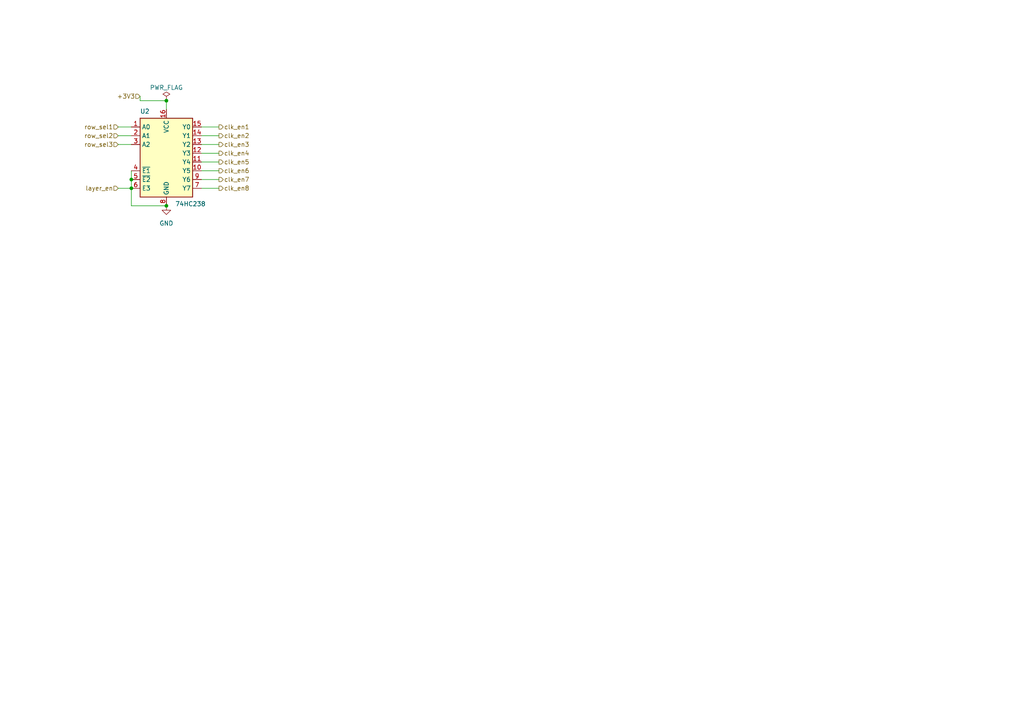
<source format=kicad_sch>
(kicad_sch (version 20230121) (generator eeschema)
  (paper "A4")
  (lib_symbols
    (symbol "74xx:74HC238"
      (property "Reference" "U" (at -7.62 13.97 0))
      (property "Value" "74HC238" (at 2.54 -11.43 0))
      (symbol "74HC238_0_1"
        (rectangle (start -7.62 12.7) (end 7.62 -10.16) (stroke (width 0.254)) (fill (type background)))
      )
      (symbol "74HC238_1_1"
        (pin input line (at -10.16 10.16 0) (length 2.54) (name "A0") (number "1"))
        (pin output line (at 10.16 -2.54 180) (length 2.54) (name "Y5") (number "10"))
        (pin output line (at 10.16 0 180) (length 2.54) (name "Y4") (number "11"))
        (pin output line (at 10.16 2.54 180) (length 2.54) (name "Y3") (number "12"))
        (pin output line (at 10.16 5.08 180) (length 2.54) (name "Y2") (number "13"))
        (pin output line (at 10.16 7.62 180) (length 2.54) (name "Y1") (number "14"))
        (pin output line (at 10.16 10.16 180) (length 2.54) (name "Y0") (number "15"))
        (pin power_in line (at 0 15.24 270) (length 2.54) (name "VCC") (number "16"))
        (pin input line (at -10.16 7.62 0) (length 2.54) (name "A1") (number "2"))
        (pin input line (at -10.16 5.08 0) (length 2.54) (name "A2") (number "3"))
        (pin input line (at -10.16 -2.54 0) (length 2.54) (name "~{E1}") (number "4"))
        (pin input line (at -10.16 -5.08 0) (length 2.54) (name "~{E2}") (number "5"))
        (pin input line (at -10.16 -7.62 0) (length 2.54) (name "E3") (number "6"))
        (pin output line (at 10.16 -7.62 180) (length 2.54) (name "Y7") (number "7"))
        (pin power_in line (at 0 -12.7 90) (length 2.54) (name "GND") (number "8"))
        (pin output line (at 10.16 -5.08 180) (length 2.54) (name "Y6") (number "9"))
      )
    )
    (symbol "power:GND" (power) (pin_names (offset 0))
      (property "Value" "GND" (at 0 -3.81 0))
      (symbol "GND_0_1"
        (polyline (pts (xy 0 0) (xy 0 -1.27) (xy 1.27 -1.27) (xy 0 -2.54) (xy -1.27 -1.27) (xy 0 -1.27)))
      )
      (symbol "GND_1_1"
        (pin power_in line (at 0 0 270) (length 0) hide (name "GND") (number "1"))
      )
    )
    (symbol "power:PWR_FLAG" (power) (pin_numbers hide) (pin_names (offset 0) hide)
      (property "Value" "PWR_FLAG" (at 0 3.81 0))
      (symbol "PWR_FLAG_0_0"
        (pin power_out line (at 0 0 90) (length 0) (name "pwr") (number "1"))
      )
      (symbol "PWR_FLAG_0_1"
        (polyline (pts (xy 0 0) (xy 0 1.27) (xy -1.016 1.905) (xy 0 2.54) (xy 1.016 1.905) (xy 0 1.27)))
      )
    )
  )
  (junction (at 48.26 59.69))
  (junction (at 38.1 52.07))
  (junction (at 48.26 29.21))
  (junction (at 38.1 54.61))
  (wire (pts (xy 58.42 46.99) (xy 63.5 46.99)))
  (wire (pts (xy 58.42 49.53) (xy 63.5 49.53)))
  (wire (pts (xy 58.42 52.07) (xy 63.5 52.07)))
  (wire (pts (xy 58.42 44.45) (xy 63.5 44.45)))
  (wire (pts (xy 34.29 54.61) (xy 38.1 54.61)))
  (wire (pts (xy 58.42 41.91) (xy 63.5 41.91)))
  (wire (pts (xy 48.26 29.21) (xy 48.26 31.75)))
  (wire (pts (xy 58.42 54.61) (xy 63.5 54.61)))
  (wire (pts (xy 38.1 52.07) (xy 38.1 54.61)))
  (wire (pts (xy 38.1 49.53) (xy 38.1 52.07)))
  (wire (pts (xy 38.1 54.61) (xy 38.1 59.69)))
  (wire (pts (xy 40.64 29.21) (xy 48.26 29.21)))
  (wire (pts (xy 40.64 27.94) (xy 40.64 29.21)))
  (wire (pts (xy 34.29 39.37) (xy 38.1 39.37)))
  (wire (pts (xy 34.29 36.83) (xy 38.1 36.83)))
  (wire (pts (xy 58.42 39.37) (xy 63.5 39.37)))
  (wire (pts (xy 58.42 36.83) (xy 63.5 36.83)))
  (wire (pts (xy 34.29 41.91) (xy 38.1 41.91)))
  (wire (pts (xy 38.1 59.69) (xy 48.26 59.69)))
  (hierarchical_label "clk_en1" (shape output) (at 63.5 36.83 0))
  (hierarchical_label "clk_en6" (shape output) (at 63.5 49.53 0))
  (hierarchical_label "row_sel3" (shape input) (at 34.29 41.91 180))
  (hierarchical_label "clk_en3" (shape output) (at 63.5 41.91 0))
  (hierarchical_label "clk_en8" (shape output) (at 63.5 54.61 0))
  (hierarchical_label "row_sel2" (shape input) (at 34.29 39.37 180))
  (hierarchical_label "clk_en4" (shape output) (at 63.5 44.45 0))
  (hierarchical_label "row_sel1" (shape input) (at 34.29 36.83 180))
  (hierarchical_label "clk_en5" (shape output) (at 63.5 46.99 0))
  (hierarchical_label "layer_en" (shape input) (at 34.29 54.61 180))
  (hierarchical_label "clk_en7" (shape output) (at 63.5 52.07 0))
  (hierarchical_label "+3V3" (shape input) (at 40.64 27.94 180))
  (hierarchical_label "clk_en2" (shape output) (at 63.5 39.37 0))
  (symbol (lib_id "power:PWR_FLAG") (at 48.26 29.21 0) (unit 1)
    (property "Reference" "#FLG02" (effects hide))
    (property "Value" "PWR_FLAG" (at 48.26 25.4 0))
  )
  (symbol (lib_id "power:GND") (at 48.26 59.69 0) (unit 1)
    (property "Reference" "#PWR06" (effects hide))
    (property "Value" "GND" (at 48.26 64.77 0))
  )
  (symbol (lib_id "74xx:74HC238") (at 48.26 46.99 0) (unit 1)
    (property "Reference" "U2" (at 40.64 33.02 0) (effects (justify left bottom)))
    (property "Value" "74HC238" (at 50.8 58.42 0) (effects (justify left top)))
    (property "Datasheet" "https://www.ti.com/lit/ds/symlink/cd74hc238.pdf" (effects hide))
    (instances (project "led_schematics" (path "" (reference "U2") (unit 1)) (path "" (reference "U?") (unit 1))))
  )
)
</source>
